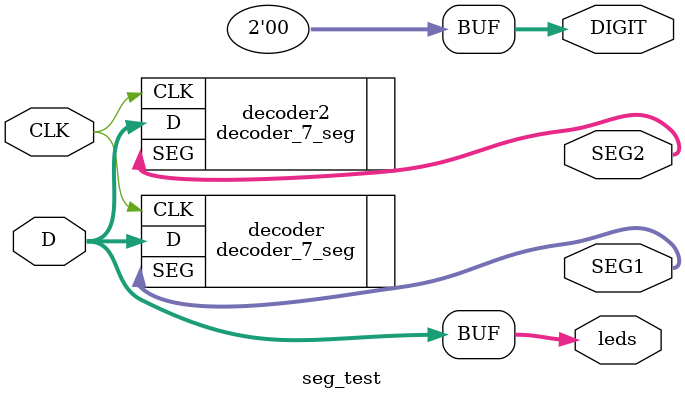
<source format=v>
module seg_test(
   input CLK,
   input [3:0] D,
   output [6:0] SEG1,
   output [6:0] SEG2,
   output [1:0] DIGIT,
   output [3:0] leds
   );	
	
assign DIGIT = 2'b0;

decoder_7_seg decoder(.CLK (CLK), .SEG	(SEG1), .D (D));  
decoder_7_seg decoder2(.CLK (CLK), .SEG	(SEG2), .D (D));  

assign leds = D;

endmodule

</source>
